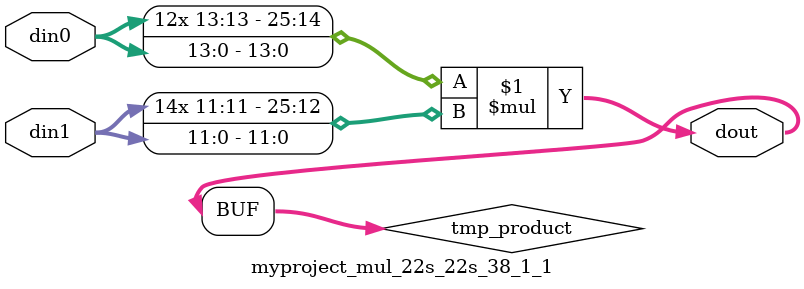
<source format=v>

`timescale 1 ns / 1 ps

  module myproject_mul_22s_22s_38_1_1(din0, din1, dout);
parameter ID = 1;
parameter NUM_STAGE = 0;
parameter din0_WIDTH = 14;
parameter din1_WIDTH = 12;
parameter dout_WIDTH = 26;

input [din0_WIDTH - 1 : 0] din0; 
input [din1_WIDTH - 1 : 0] din1; 
output [dout_WIDTH - 1 : 0] dout;

wire signed [dout_WIDTH - 1 : 0] tmp_product;













assign tmp_product = $signed(din0) * $signed(din1);








assign dout = tmp_product;







endmodule

</source>
